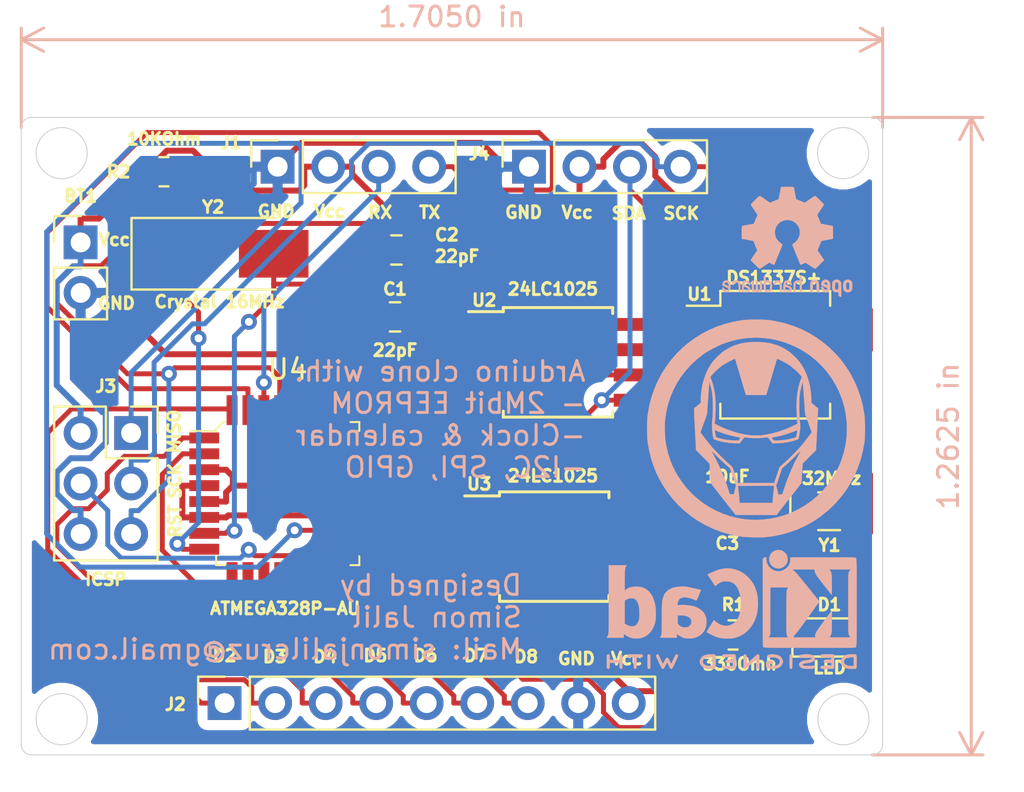
<source format=kicad_pcb>
(kicad_pcb (version 20171130) (host pcbnew 5.1.7-a382d34a8~87~ubuntu20.04.1)
  (title_block (title "Arduino battery powered clone with extended EEPROM and clock") (date 2020-11-09) (rev 1) (comment 1 "Designed by Simon Jalil"))
  (layers (0 F.Cu signal) (31 B.Cu mixed) (34 B.Paste user) (35 F.Paste user) (36 B.SilkS user) (37 F.SilkS user) (38 B.Mask user) (39 F.Mask user) (44 Edge.Cuts user))
  (net 0 "")
  (net 1 /Vcc)
  (net 2 GNDPWR)
  (net 3 "Net-(C1-Pad2)")
  (net 4 "Net-(C2-Pad2)")
  (net 5 "Net-(D1-Pad1)")
  (net 6 "Net-(D1-Pad2)")
  (net 7 /TX)
  (net 8 /RX)
  (net 9 /D2)
  (net 10 /D3)
  (net 11 /D4)
  (net 12 /D5)
  (net 13 /D6)
  (net 14 /D7)
  (net 15 /D8)
  (net 16 /MISO)
  (net 17 /SCK)
  (net 18 /MOSI)
  (net 19 /RESET)
  (net 20 /SDA)
  (net 21 "Net-(U1-Pad1)")
  (net 22 "Net-(U1-Pad2)")
  (net 23 "Net-(U1-Pad7)")
  (net 24 /SCL)
  (net 25 "Net-(U4-Pad13)")
  (net 26 "Net-(U4-Pad14)")
  (net 27 "Net-(U4-Pad19)")
  (net 28 "Net-(U4-Pad22)")
  (net 29 "Net-(U4-Pad23)")
  (net 30 "Net-(U4-Pad24)")
  (net 31 "Net-(U4-Pad25)")
  (net 32 "Net-(U4-Pad26)")
  (module Iroman-logo:Ironman_logo (layer B.Cu) (at 114.6048 59.8424 180)
    (fp_text reference G*** hide)
    (fp_text value LOGO hide)
  )
  (module Symbol:OSHW-Logo2_7.3x6mm_SilkScreen (layer B.Cu) (at 116.1796 50.4444 180)
    (fp_text reference REF** hide)
    (fp_text value OSHW-Logo2_7.3x6mm_SilkScreen hide)
  )
  (module Symbol:KiCad-Logo2_5mm_SilkScreen (layer B.Cu) (at 113.3856 68.9356 180)
    (fp_text reference REF** hide)
    (fp_text value KiCad-Logo2_5mm_SilkScreen hide)
  )
  (module Connector_PinHeader_2.54mm:PinHeader_1x02_P2.54mm_Vertical (layer F.Cu) (at 80.645 50.4825)
    (fp_text reference BT1 (at 0 -2.33) (layer F.SilkS) (effects (font (size 0.6 0.6))))
    (fp_text value "Battery 3V")
    (pad 1 thru_hole rect (at 0 0) (size 1.7 1.7) (drill 1) (layers *.Cu *.Mask) (net 1 /Vcc))
    (pad 2 thru_hole oval (at 0 2.54) (size 1.7 1.7) (drill 1) (layers *.Cu *.Mask) (net 2 GNDPWR))
  )
  (module Capacitor_SMD:C_0805_2012Metric (layer F.Cu) (at 96.454 54.229)
    (fp_text reference C1 (at 0 -1.397) (layer F.SilkS) (effects (font (size 0.6 0.6))))
    (fp_text value 22pF (at 0 1.68) (layer F.SilkS) (effects (font (size 0.6 0.6))))
    (pad 1 smd roundrect (at -0.95 0) (size 1 1.45) (layers F.Cu F.Paste F.Mask) (net 2 GNDPWR))
    (pad 2 smd roundrect (at 0.95 0) (size 1 1.45) (layers F.Cu F.Paste F.Mask) (net 3 "Net-(C1-Pad2)"))
  )
  (module Capacitor_SMD:C_0805_2012Metric (layer F.Cu) (at 96.5225 50.8635)
    (fp_text reference C2 (at 2.5375 -0.762) (layer F.SilkS) (effects (font (size 0.6 0.6))))
    (fp_text value 22pF (at 3.0455 0.3175) (layer F.SilkS) (effects (font (size 0.6 0.6))))
    (pad 2 smd roundrect (at 0.95 0) (size 1 1.45) (layers F.Cu F.Paste F.Mask) (net 4 "Net-(C2-Pad2)"))
    (pad 1 smd roundrect (at -0.95 0) (size 1 1.45) (layers F.Cu F.Paste F.Mask) (net 2 GNDPWR))
  )
  (module Capacitor_SMD:C_0805_2012Metric (layer F.Cu) (at 113.16 63.9445 180)
    (fp_text reference C3 (at 0 -1.68) (layer F.SilkS) (effects (font (size 0.6 0.6))))
    (fp_text value 10uF (at 0 1.68) (layer F.SilkS) (effects (font (size 0.6 0.6))))
    (pad 1 smd roundrect (at -0.95 0 180) (size 1 1.45) (layers F.Cu F.Paste F.Mask) (net 1 /Vcc))
    (pad 2 smd roundrect (at 0.95 0 180) (size 1 1.45) (layers F.Cu F.Paste F.Mask) (net 2 GNDPWR))
  )
  (module LED_SMD:LED_0805_2012Metric_Pad1.15x1.40mm_HandSolder (layer F.Cu) (at 118.292 70.358)
    (fp_text reference D1 (at 0 -1.65) (layer F.SilkS) (effects (font (size 0.6 0.6))))
    (fp_text value LED (at 0.0085 1.524) (layer F.SilkS) (effects (font (size 0.6 0.6))))
    (pad 1 smd roundrect (at -1.025 0) (size 1.15 1.4) (layers F.Cu F.Paste F.Mask) (roundrect_rratio 0.2173904347826087) (net 5 "Net-(D1-Pad1)"))
    (pad 2 smd roundrect (at 1.025 0) (size 1.15 1.4) (layers F.Cu F.Paste F.Mask) (roundrect_rratio 0.2173904347826087) (net 6 "Net-(D1-Pad2)"))
  )
  (module Connector_PinSocket_2.54mm:PinSocket_1x04_P2.54mm_Vertical (layer F.Cu) (at 90.551 46.6725 90)
    (fp_text reference J1 (at 1.2065 -2.3495 180) (layer F.SilkS) (effects (font (size 0.6 0.6))))
    (fp_text value "Serial ")
    (pad 4 thru_hole oval (at 0 7.62 90) (size 1.7 1.7) (drill 1) (layers *.Cu *.Mask) (net 7 /TX))
    (pad 3 thru_hole oval (at 0 5.08 90) (size 1.7 1.7) (drill 1) (layers *.Cu *.Mask) (net 8 /RX))
    (pad 2 thru_hole oval (at 0 2.54 90) (size 1.7 1.7) (drill 1) (layers *.Cu *.Mask) (net 1 /Vcc))
    (pad 1 thru_hole rect (at 0 0 90) (size 1.7 1.7) (drill 1) (layers *.Cu *.Mask) (net 2 GNDPWR))
  )
  (module Connector_PinSocket_2.54mm:PinSocket_1x09_P2.54mm_Vertical (layer F.Cu) (at 87.884 73.66 90)
    (fp_text reference J2 (at -0.0635 -2.4765 180) (layer F.SilkS) (effects (font (size 0.6 0.6))))
    (fp_text value "Digital pins")
    (pad 1 thru_hole rect (at 0 0 90) (size 1.7 1.7) (drill 1) (layers *.Cu *.Mask) (net 9 /D2))
    (pad 2 thru_hole oval (at 0 2.54 90) (size 1.7 1.7) (drill 1) (layers *.Cu *.Mask) (net 10 /D3))
    (pad 3 thru_hole oval (at 0 5.08 90) (size 1.7 1.7) (drill 1) (layers *.Cu *.Mask) (net 11 /D4))
    (pad 4 thru_hole oval (at 0 7.62 90) (size 1.7 1.7) (drill 1) (layers *.Cu *.Mask) (net 12 /D5))
    (pad 5 thru_hole oval (at 0 10.16 90) (size 1.7 1.7) (drill 1) (layers *.Cu *.Mask) (net 13 /D6))
    (pad 6 thru_hole oval (at 0 12.7 90) (size 1.7 1.7) (drill 1) (layers *.Cu *.Mask) (net 14 /D7))
    (pad 7 thru_hole oval (at 0 15.24 90) (size 1.7 1.7) (drill 1) (layers *.Cu *.Mask) (net 15 /D8))
    (pad 8 thru_hole oval (at 0 17.78 90) (size 1.7 1.7) (drill 1) (layers *.Cu *.Mask) (net 2 GNDPWR))
    (pad 9 thru_hole oval (at 0 20.32 90) (size 1.7 1.7) (drill 1) (layers *.Cu *.Mask) (net 1 /Vcc))
  )
  (module Connector_PinSocket_2.54mm:PinSocket_2x03_P2.54mm_Vertical (layer F.Cu) (at 83.185 60.071)
    (fp_text reference J3 (at -1.27 -2.3495) (layer F.SilkS) (effects (font (size 0.6 0.6))))
    (fp_text value ICSP (at -1.27 7.366) (layer F.SilkS) (effects (font (size 0.6 0.6))))
    (pad 1 thru_hole rect (at 0 0) (size 1.7 1.7) (drill 1) (layers *.Cu *.Mask) (net 16 /MISO))
    (pad 2 thru_hole oval (at -2.54 0) (size 1.7 1.7) (drill 1) (layers *.Cu *.Mask) (net 1 /Vcc))
    (pad 3 thru_hole oval (at 0 2.54) (size 1.7 1.7) (drill 1) (layers *.Cu *.Mask) (net 17 /SCK))
    (pad 4 thru_hole oval (at -2.54 2.54) (size 1.7 1.7) (drill 1) (layers *.Cu *.Mask) (net 18 /MOSI))
    (pad 5 thru_hole oval (at 0 5.08) (size 1.7 1.7) (drill 1) (layers *.Cu *.Mask) (net 19 /RESET))
    (pad 6 thru_hole oval (at -2.54 5.08) (size 1.7 1.7) (drill 1) (layers *.Cu *.Mask) (net 2 GNDPWR))
  )
  (module Connector_PinSocket_2.54mm:PinSocket_1x04_P2.54mm_Vertical (layer F.Cu) (at 103.188 46.6725 90)
    (fp_text reference J4 (at 0.6477 -2.5024) (layer F.SilkS) (effects (font (size 0.6 0.6))))
    (fp_text value I2C)
    (pad 1 thru_hole rect (at 0 0 90) (size 1.7 1.7) (drill 1) (layers *.Cu *.Mask) (net 2 GNDPWR))
    (pad 2 thru_hole oval (at 0 2.54 90) (size 1.7 1.7) (drill 1) (layers *.Cu *.Mask) (net 1 /Vcc))
    (pad 3 thru_hole oval (at 0 5.08 90) (size 1.7 1.7) (drill 1) (layers *.Cu *.Mask) (net 20 /SDA))
    (pad 4 thru_hole oval (at 0 7.62 90) (size 1.7 1.7) (drill 1) (layers *.Cu *.Mask) (net 17 /SCK))
  )
  (module Resistor_SMD:R_0805_2012Metric (layer F.Cu) (at 113.451 70.231 180)
    (fp_text reference R1 (at -0.0235 1.524) (layer F.SilkS) (effects (font (size 0.6 0.6))))
    (fp_text value 330Omh (at -0.341 -1.4605) (layer F.SilkS) (effects (font (size 0.6 0.6))))
    (pad 1 smd roundrect (at -0.9125 0 180) (size 1.025 1.4) (layers F.Cu F.Paste F.Mask) (roundrect_rratio 0.2439014634146341) (net 5 "Net-(D1-Pad1)"))
    (pad 2 smd roundrect (at 0.9125 0 180) (size 1.025 1.4) (layers F.Cu F.Paste F.Mask) (roundrect_rratio 0.2439014634146341) (net 2 GNDPWR))
  )
  (module Resistor_SMD:R_0805_2012Metric (layer F.Cu) (at 84.8335 46.9265 180)
    (fp_text reference R2 (at 2.2835 0) (layer F.SilkS) (effects (font (size 0.6 0.6))))
    (fp_text value 10KOhm (at 0 1.65) (layer F.SilkS) (effects (font (size 0.6 0.6))))
    (pad 2 smd roundrect (at 0.9125 0 180) (size 1.025 1.4) (layers F.Cu F.Paste F.Mask) (roundrect_rratio 0.2439014634146341) (net 1 /Vcc))
    (pad 1 smd roundrect (at -0.9125 0 180) (size 1.025 1.4) (layers F.Cu F.Paste F.Mask) (roundrect_rratio 0.2439014634146341) (net 19 /RESET))
  )
  (module Package_SO:SO-8_5.3x6.2mm_P1.27mm (layer F.Cu) (at 115.57 56.134)
    (fp_text reference U1 (at -3.81 -3.048) (layer F.SilkS) (effects (font (size 0.6 0.6))))
    (fp_text value DS1337S+ (at -0.0635 -3.8735) (layer F.SilkS) (effects (font (size 0.6 0.6))))
    (pad 1 smd roundrect (at -3.5 -1.905) (size 1.9 0.6) (layers F.Cu F.Paste F.Mask) (net 21 "Net-(U1-Pad1)"))
    (pad 2 smd roundrect (at -3.5 -0.635) (size 1.9 0.6) (layers F.Cu F.Paste F.Mask) (net 22 "Net-(U1-Pad2)"))
    (pad 3 smd roundrect (at -3.5 0.635) (size 1.9 0.6) (layers F.Cu F.Paste F.Mask) (net 1 /Vcc))
    (pad 4 smd roundrect (at -3.5 1.905) (size 1.9 0.6) (layers F.Cu F.Paste F.Mask) (net 2 GNDPWR))
    (pad 5 smd roundrect (at 3.5 1.905) (size 1.9 0.6) (layers F.Cu F.Paste F.Mask) (net 20 /SDA))
    (pad 6 smd roundrect (at 3.5 0.635) (size 1.9 0.6) (layers F.Cu F.Paste F.Mask) (net 17 /SCK))
    (pad 7 smd roundrect (at 3.5 -0.635) (size 1.9 0.6) (layers F.Cu F.Paste F.Mask) (net 23 "Net-(U1-Pad7)"))
    (pad 8 smd roundrect (at 3.5 -1.905) (size 1.9 0.6) (layers F.Cu F.Paste F.Mask) (net 1 /Vcc))
  )
  (module Package_SO:SOIJ-8_5.3x5.3mm_P1.27mm (layer F.Cu) (at 104.648 56.515)
    (fp_text reference U2 (at -3.7084 -3.1242) (layer F.SilkS) (effects (font (size 0.6 0.6))))
    (fp_text value 24LC1025 (at -0.254 -3.683) (layer F.SilkS) (effects (font (size 0.6 0.6))))
    (pad 1 smd rect (at -3.65 -1.905) (size 1.7 0.65) (layers F.Cu F.Paste F.Mask) (net 1 /Vcc))
    (pad 2 smd rect (at -3.65 -0.635) (size 1.7 0.65) (layers F.Cu F.Paste F.Mask) (net 1 /Vcc))
    (pad 3 smd rect (at -3.65 0.635) (size 1.7 0.65) (layers F.Cu F.Paste F.Mask) (net 1 /Vcc))
    (pad 4 smd rect (at -3.65 1.905) (size 1.7 0.65) (layers F.Cu F.Paste F.Mask) (net 2 GNDPWR))
    (pad 5 smd rect (at 3.65 1.905) (size 1.7 0.65) (layers F.Cu F.Paste F.Mask) (net 20 /SDA))
    (pad 6 smd rect (at 3.65 0.635) (size 1.7 0.65) (layers F.Cu F.Paste F.Mask) (net 24 /SCL))
    (pad 7 smd rect (at 3.65 -0.635) (size 1.7 0.65) (layers F.Cu F.Paste F.Mask) (net 2 GNDPWR))
    (pad 8 smd rect (at 3.65 -1.905) (size 1.7 0.65) (layers F.Cu F.Paste F.Mask) (net 1 /Vcc))
  )
  (module Package_SO:SOIJ-8_5.3x5.3mm_P1.27mm (layer F.Cu) (at 104.458 65.786)
    (fp_text reference U3 (at -3.7724 -3.1496) (layer F.SilkS) (effects (font (size 0.6 0.6))))
    (fp_text value 24LC1025 (at -0.064 -3.556) (layer F.SilkS) (effects (font (size 0.6 0.6))))
    (pad 8 smd rect (at 3.65 -1.905) (size 1.7 0.65) (layers F.Cu F.Paste F.Mask) (net 1 /Vcc))
    (pad 7 smd rect (at 3.65 -0.635) (size 1.7 0.65) (layers F.Cu F.Paste F.Mask) (net 2 GNDPWR))
    (pad 6 smd rect (at 3.65 0.635) (size 1.7 0.65) (layers F.Cu F.Paste F.Mask) (net 24 /SCL))
    (pad 5 smd rect (at 3.65 1.905) (size 1.7 0.65) (layers F.Cu F.Paste F.Mask) (net 20 /SDA))
    (pad 4 smd rect (at -3.65 1.905) (size 1.7 0.65) (layers F.Cu F.Paste F.Mask) (net 2 GNDPWR))
    (pad 3 smd rect (at -3.65 0.635) (size 1.7 0.65) (layers F.Cu F.Paste F.Mask) (net 1 /Vcc))
    (pad 2 smd rect (at -3.65 -0.635) (size 1.7 0.65) (layers F.Cu F.Paste F.Mask) (net 2 GNDPWR))
    (pad 1 smd rect (at -3.65 -1.905) (size 1.7 0.65) (layers F.Cu F.Paste F.Mask) (net 1 /Vcc))
  )
  (module digikey-footprints:TQFP-32_7x7mm (layer F.Cu) (at 91.059 63.119)
    (fp_text reference U4 (at 0 -6.25) (layer F.SilkS))
    (fp_text value ATMEGA328P-AU (at -0.127 5.7785) (layer F.SilkS) (effects (font (size 0.6 0.6))))
    (pad 9 smd rect (at -2.8 4.2) (size 0.55 1.5) (layers F.Cu F.Paste F.Mask) (net 12 /D5))
    (pad 1 smd rect (at -4.2 -2.8) (size 1.5 0.55) (layers F.Cu F.Paste F.Mask) (net 10 /D3))
    (pad 2 smd rect (at -4.2 -2) (size 1.5 0.55) (layers F.Cu F.Paste F.Mask) (net 11 /D4))
    (pad 3 smd rect (at -4.2 -1.2) (size 1.5 0.55) (layers F.Cu F.Paste F.Mask) (net 2 GNDPWR))
    (pad 4 smd rect (at -4.2 -0.4) (size 1.5 0.55) (layers F.Cu F.Paste F.Mask) (net 1 /Vcc))
    (pad 5 smd rect (at -4.2 0.4) (size 1.5 0.55) (layers F.Cu F.Paste F.Mask) (net 2 GNDPWR))
    (pad 6 smd rect (at -4.2 1.2) (size 1.5 0.55) (layers F.Cu F.Paste F.Mask) (net 1 /Vcc))
    (pad 7 smd rect (at -4.2 2) (size 1.5 0.55) (layers F.Cu F.Paste F.Mask) (net 3 "Net-(C1-Pad2)"))
    (pad 8 smd rect (at -4.2 2.8) (size 1.5 0.55) (layers F.Cu F.Paste F.Mask) (net 4 "Net-(C2-Pad2)"))
    (pad 10 smd rect (at -2 4.2) (size 0.55 1.5) (layers F.Cu F.Paste F.Mask) (net 13 /D6))
    (pad 11 smd rect (at -1.2 4.2) (size 0.55 1.5) (layers F.Cu F.Paste F.Mask) (net 14 /D7))
    (pad 12 smd rect (at -0.4 4.2) (size 0.55 1.5) (layers F.Cu F.Paste F.Mask) (net 15 /D8))
    (pad 13 smd rect (at 0.4 4.2) (size 0.55 1.5) (layers F.Cu F.Paste F.Mask) (net 25 "Net-(U4-Pad13)"))
    (pad 14 smd rect (at 1.2 4.2) (size 0.55 1.5) (layers F.Cu F.Paste F.Mask) (net 26 "Net-(U4-Pad14)"))
    (pad 15 smd rect (at 2 4.2) (size 0.55 1.5) (layers F.Cu F.Paste F.Mask) (net 18 /MOSI))
    (pad 16 smd rect (at 2.8 4.2) (size 0.55 1.5) (layers F.Cu F.Paste F.Mask) (net 16 /MISO))
    (pad 17 smd rect (at 4.2 2.8) (size 1.5 0.55) (layers F.Cu F.Paste F.Mask) (net 6 "Net-(D1-Pad2)"))
    (pad 18 smd rect (at 4.2 2) (size 1.5 0.55) (layers F.Cu F.Paste F.Mask) (net 1 /Vcc))
    (pad 19 smd rect (at 4.2 1.2) (size 1.5 0.55) (layers F.Cu F.Paste F.Mask) (net 27 "Net-(U4-Pad19)"))
    (pad 20 smd rect (at 4.2 0.4) (size 1.5 0.55) (layers F.Cu F.Paste F.Mask) (net 1 /Vcc))
    (pad 21 smd rect (at 4.2 -0.4) (size 1.5 0.55) (layers F.Cu F.Paste F.Mask) (net 2 GNDPWR))
    (pad 22 smd rect (at 4.2 -1.2) (size 1.5 0.55) (layers F.Cu F.Paste F.Mask) (net 28 "Net-(U4-Pad22)"))
    (pad 23 smd rect (at 4.2 -2) (size 1.5 0.55) (layers F.Cu F.Paste F.Mask) (net 29 "Net-(U4-Pad23)"))
    (pad 24 smd rect (at 4.2 -2.8) (size 1.5 0.55) (layers F.Cu F.Paste F.Mask) (net 30 "Net-(U4-Pad24)"))
    (pad 25 smd rect (at 2.8 -4.2) (size 0.55 1.5) (layers F.Cu F.Paste F.Mask) (net 31 "Net-(U4-Pad25)"))
    (pad 26 smd rect (at 2 -4.2) (size 0.55 1.5) (layers F.Cu F.Paste F.Mask) (net 32 "Net-(U4-Pad26)"))
    (pad 27 smd rect (at 1.2 -4.2) (size 0.55 1.5) (layers F.Cu F.Paste F.Mask) (net 20 /SDA))
    (pad 28 smd rect (at 0.4 -4.2) (size 0.55 1.5) (layers F.Cu F.Paste F.Mask) (net 24 /SCL))
    (pad 29 smd rect (at -0.4 -4.2) (size 0.55 1.5) (layers F.Cu F.Paste F.Mask) (net 19 /RESET))
    (pad 30 smd rect (at -1.2 -4.2) (size 0.55 1.5) (layers F.Cu F.Paste F.Mask) (net 8 /RX))
    (pad 31 smd rect (at -2 -4.2) (size 0.55 1.5) (layers F.Cu F.Paste F.Mask) (net 7 /TX))
    (pad 32 smd rect (at -2.8 -4.2) (size 0.55 1.5) (layers F.Cu F.Paste F.Mask) (net 9 /D2))
  )
  (module Crystal:Crystal_SMD_MicroCrystal_CC7V-T1A-2Pin_3.2x1.5mm (layer F.Cu) (at 118.28 64.008)
    (fp_text reference Y1 (at 0.0205 1.7145) (layer F.SilkS) (effects (font (size 0.6 0.6))))
    (fp_text value " 32MHz" (at -0.1065 -1.651) (layer F.SilkS) (effects (font (size 0.6 0.6))))
    (pad 1 smd rect (at -1.25 0) (size 1 1.8) (layers F.Cu F.Paste F.Mask) (net 21 "Net-(U1-Pad1)"))
    (pad 2 smd rect (at 1.25 0) (size 1 1.8) (layers F.Cu F.Paste F.Mask) (net 22 "Net-(U1-Pad2)"))
  )
  (module Crystal:Crystal_SMD_5032-2Pin_5.0x3.2mm_HandSoldering (layer F.Cu) (at 87.7535 51.054)
    (fp_text reference Y2 (at -0.441 -2.3495) (layer F.SilkS) (effects (font (size 0.6 0.6))))
    (fp_text value "Crystal 16MHz" (at -0.1235 2.413) (layer F.SilkS) (effects (font (size 0.6 0.6))))
    (pad 1 smd rect (at -2.6 0) (size 3.5 2.4) (layers F.Cu F.Paste F.Mask) (net 4 "Net-(C2-Pad2)"))
    (pad 2 smd rect (at 2.6 0) (size 3.5 2.4) (layers F.Cu F.Paste F.Mask) (net 3 "Net-(C1-Pad2)"))
  )
  (gr_text "Arduino clone with:\n- 2Mbit EEPROM\n-Clock & calendar\n-I2C, SPI, GPIO" (at 106.1212 59.3852) (layer B.SilkS) (effects (font (size 1 1)) (justify left mirror)))
  (gr_text "Designed by\nSimon Jalil \nMail: simonjalilcruz@gmail.com" (at 102.9208 69.342) (layer B.SilkS) (effects (font (size 1 1)) (justify left mirror)))
  (dimension 32.0675 (width 0.15) (layer B.SilkS) (gr_text "32.068 mm" (at 126.7252 60.22975 270) (layer B.SilkS) (effects (font (size 1 1) (thickness 0.15)))) (feature1 (pts (xy 120.4595 76.2635) (xy 126.011621 76.2635))) (feature2 (pts (xy 120.4595 44.196) (xy 126.011621 44.196))) (crossbar (pts (xy 125.4252 44.196) (xy 125.4252 76.2635))) (arrow1a (pts (xy 125.4252 76.2635) (xy 124.838779 75.136996))) (arrow1b (pts (xy 125.4252 76.2635) (xy 126.011621 75.136996))) (arrow2a (pts (xy 125.4252 44.196) (xy 124.838779 45.322504))) (arrow2b (pts (xy 125.4252 44.196) (xy 126.011621 45.322504))))
  (dimension 43.307 (width 0.15) (layer B.SilkS) (gr_text "43.307 mm" (at 99.314 38.9844) (layer B.SilkS) (effects (font (size 1 1) (thickness 0.15)))) (feature1 (pts (xy 120.9675 44.704) (xy 120.9675 39.697979))) (feature2 (pts (xy 77.6605 44.704) (xy 77.6605 39.697979))) (crossbar (pts (xy 77.6605 40.2844) (xy 120.9675 40.2844))) (arrow1a (pts (xy 120.9675 40.2844) (xy 119.840996 40.870821))) (arrow1b (pts (xy 120.9675 40.2844) (xy 119.840996 39.697979))) (arrow2a (pts (xy 77.6605 40.2844) (xy 78.787004 40.870821))) (arrow2b (pts (xy 77.6605 40.2844) (xy 78.787004 39.697979))))
  (gr_text TX (at 98.1964 48.9712) (layer F.SilkS) (effects (font (size 0.6 0.6))))
  (gr_text RX (at 95.7072 48.9712) (layer F.SilkS) (effects (font (size 0.6 0.6))))
  (gr_text Vcc (at 93.1672 48.9204) (layer F.SilkS) (effects (font (size 0.6 0.6))))
  (gr_text GND (at 90.4748 48.9204) (layer F.SilkS) (effects (font (size 0.6 0.6))))
  (gr_text SCK (at 110.8456 49.022) (layer F.SilkS) (effects (font (size 0.6 0.6))))
  (gr_text SDA (at 108.204 49.022) (layer F.SilkS) (effects (font (size 0.6 0.6))))
  (gr_text Vcc (at 105.6132 48.9712) (layer F.SilkS) (effects (font (size 0.6 0.6))))
  (gr_text GND (at 102.9208 48.9712) (layer F.SilkS) (effects (font (size 0.6 0.6))))
  (gr_text Vcc (at 108.1024 71.4248) (layer F.SilkS) (effects (font (size 0.6 0.6))))
  (gr_text GND (at 105.5751 71.4248) (layer F.SilkS) (effects (font (size 0.6 0.6))))
  (gr_text D8 (at 103.0478 71.3232) (layer F.SilkS) (effects (font (size 0.6 0.6))))
  (gr_text D7 (at 100.5205 71.2724) (layer F.SilkS) (effects (font (size 0.6 0.6))))
  (gr_text D6 (at 97.9932 71.2724) (layer F.SilkS) (effects (font (size 0.6 0.6))))
  (gr_text D5 (at 95.4659 71.2724) (layer F.SilkS) (effects (font (size 0.6 0.6))))
  (gr_text D4 (at 92.9386 71.3232) (layer F.SilkS) (effects (font (size 0.6 0.6))))
  (gr_text D3 (at 90.4113 71.3232) (layer F.SilkS) (effects (font (size 0.6 0.6))))
  (gr_text D2 (at 87.884 71.2724) (layer F.SilkS) (effects (font (size 0.6 0.6))))
  (gr_text RST (at 85.3948 64.516 90) (layer F.SilkS) (effects (font (size 0.6 0.6))))
  (gr_text SCK (at 85.3948 62.484 90) (layer F.SilkS) (effects (font (size 0.6 0.6))))
  (gr_text MISO (at 85.344 59.9948 90) (layer F.SilkS) (effects (font (size 0.6 0.6))))
  (gr_text GND (at 82.4484 53.5432) (layer F.SilkS) (effects (font (size 0.6 0.6))))
  (gr_text Vcc (at 82.3468 50.3428) (layer F.SilkS) (effects (font (size 0.6 0.6))))
  (gr_circle (center 118.983223 45.989777) (end 117.903723 46.688277) (layer Edge.Cuts) (width 0.05))
  (gr_circle (center 118.999 74.469723) (end 117.9195 75.168223) (layer Edge.Cuts) (width 0.05))
  (gr_circle (center 79.6925 74.469723) (end 78.613 75.168223) (layer Edge.Cuts) (width 0.05))
  (gr_circle (center 79.6925 45.989777) (end 78.613 46.688277) (layer Edge.Cuts) (width 0.05))
  (gr_line (start 77.6605 75.7555) (end 77.6605 44.704) (layer Edge.Cuts) (width 0.05))
  (gr_line (start 120.4595 76.2635) (end 78.1685 76.2635) (layer Edge.Cuts) (width 0.05))
  (gr_line (start 120.9675 44.704) (end 120.9675 75.7555) (layer Edge.Cuts) (width 0.05))
  (gr_line (start 78.1685 44.196) (end 120.4595 44.196) (layer Edge.Cuts) (width 0.05))
  (gr_arc (start 120.4595 44.704) (end 120.9675 44.704) (angle -90) (layer Edge.Cuts) (width 0.05))
  (gr_arc (start 120.4595 75.7555) (end 120.4595 76.2635) (angle -90) (layer Edge.Cuts) (width 0.05))
  (gr_arc (start 78.1685 75.7555) (end 77.6605 75.7555) (angle -90) (layer Edge.Cuts) (width 0.05))
  (gr_arc (start 78.1685 44.704) (end 78.1685 44.196) (angle -90) (layer Edge.Cuts) (width 0.05))
  (segment (start 113.451 65.0225) (end 113.451 64.6035) (width 0.3) (layer F.Cu) (net 1))
  (segment (start 113.451 64.6035) (end 114.11 63.9445) (width 0.3) (layer F.Cu) (net 1))
  (segment (start 108.204 73.0598) (end 111.3118 73.0598) (width 0.3) (layer F.Cu) (net 1))
  (segment (start 111.3118 73.0598) (end 113.451 70.9206) (width 0.3) (layer F.Cu) (net 1))
  (segment (start 113.451 70.9206) (end 113.451 65.0225) (width 0.3) (layer F.Cu) (net 1))
  (segment (start 113.451 65.0225) (end 110.5992 65.0225) (width 0.3) (layer F.Cu) (net 1))
  (segment (start 110.5992 65.0225) (end 109.4577 63.881) (width 0.3) (layer F.Cu) (net 1))
  (segment (start 109.4577 63.881) (end 108.108 63.881) (width 0.3) (layer F.Cu) (net 1))
  (segment (start 99.6077 66.421) (end 99.6077 68.1932) (width 0.3) (layer F.Cu) (net 1))
  (segment (start 99.6077 68.1932) (end 103.1085 71.694) (width 0.3) (layer F.Cu) (net 1))
  (segment (start 103.1085 71.694) (end 106.8382 71.694) (width 0.3) (layer F.Cu) (net 1))
  (segment (start 106.8382 71.694) (end 108.204 73.0598) (width 0.3) (layer F.Cu) (net 1))
  (segment (start 98.3377 65.151) (end 99.6077 66.421) (width 0.3) (layer F.Cu) (net 1))
  (segment (start 95.259 65.119) (end 98.3057 65.119) (width 0.3) (layer F.Cu) (net 1))
  (segment (start 98.3057 65.119) (end 98.3377 65.151) (width 0.3) (layer F.Cu) (net 1))
  (segment (start 98.3377 65.151) (end 99.6077 63.881) (width 0.3) (layer F.Cu) (net 1))
  (segment (start 100.808 63.881) (end 99.6077 63.881) (width 0.3) (layer F.Cu) (net 1))
  (segment (start 100.808 66.421) (end 99.6077 66.421) (width 0.3) (layer F.Cu) (net 1))
  (segment (start 94.834 65.119) (end 95.259 65.119) (width 0.3) (layer F.Cu) (net 1))
  (segment (start 108.204 73.66) (end 108.204 73.0598) (width 0.3) (layer F.Cu) (net 1))
  (segment (start 108.298 54.61) (end 106.9617 54.61) (width 0.3) (layer F.Cu) (net 1))
  (segment (start 106.9617 54.61) (end 105.728 53.3763) (width 0.3) (layer F.Cu) (net 1))
  (segment (start 108.8982 54.61) (end 108.298 54.61) (width 0.3) (layer F.Cu) (net 1))
  (segment (start 105.728 46.6725) (end 106.9283 46.6725) (width 0.3) (layer F.Cu) (net 1))
  (segment (start 106.9283 46.6725) (end 106.9283 46.2974) (width 0.3) (layer F.Cu) (net 1))
  (segment (start 106.9283 46.2974) (end 107.7602 45.4655) (width 0.3) (layer F.Cu) (net 1))
  (segment (start 107.7602 45.4655) (end 108.8197 45.4655) (width 0.3) (layer F.Cu) (net 1))
  (segment (start 108.8197 45.4655) (end 109.538 46.1838) (width 0.3) (layer F.Cu) (net 1))
  (segment (start 109.538 46.1838) (end 109.538 47.1467) (width 0.3) (layer F.Cu) (net 1))
  (segment (start 109.538 47.1467) (end 116.6203 54.229) (width 0.3) (layer F.Cu) (net 1))
  (segment (start 116.6203 54.229) (end 119.07 54.229) (width 0.3) (layer F.Cu) (net 1))
  (segment (start 105.728 46.6725) (end 105.728 53.3763) (width 0.3) (layer F.Cu) (net 1))
  (segment (start 108.8982 54.61) (end 109.4983 54.61) (width 0.3) (layer F.Cu) (net 1))
  (segment (start 95.259 63.519) (end 94.1587 63.519) (width 0.3) (layer F.Cu) (net 1))
  (segment (start 94.0444 64.2158) (end 88.0625 64.2158) (width 0.3) (layer F.Cu) (net 1))
  (segment (start 88.0625 64.2158) (end 87.9593 64.319) (width 0.3) (layer F.Cu) (net 1))
  (segment (start 94.1587 65.119) (end 94.0444 65.0047) (width 0.3) (layer F.Cu) (net 1))
  (segment (start 94.0444 65.0047) (end 94.0444 64.2158) (width 0.3) (layer F.Cu) (net 1))
  (segment (start 94.1587 63.519) (end 94.1587 64.1015) (width 0.3) (layer F.Cu) (net 1))
  (segment (start 94.1587 64.1015) (end 94.0444 64.2158) (width 0.3) (layer F.Cu) (net 1))
  (segment (start 93.091 46.6725) (end 91.8907 46.6725) (width 0.3) (layer F.Cu) (net 1))
  (segment (start 112.07 56.769) (end 112.4579 56.769) (width 0.3) (layer F.Cu) (net 1))
  (segment (start 112.4579 56.769) (end 114.11 58.4211) (width 0.3) (layer F.Cu) (net 1))
  (segment (start 114.11 58.4211) (end 114.11 63.9445) (width 0.3) (layer F.Cu) (net 1))
  (segment (start 101.5982 55.88) (end 101.5982 54.61) (width 0.3) (layer F.Cu) (net 1))
  (segment (start 101.5982 55.88) (end 102.1983 55.88) (width 0.3) (layer F.Cu) (net 1))
  (segment (start 100.998 55.88) (end 101.5982 55.88) (width 0.3) (layer F.Cu) (net 1))
  (segment (start 100.998 57.15) (end 102.1983 57.15) (width 0.3) (layer F.Cu) (net 1))
  (segment (start 102.1983 57.15) (end 102.1983 55.88) (width 0.3) (layer F.Cu) (net 1))
  (segment (start 105.728 53.3763) (end 101.5982 53.3763) (width 0.3) (layer F.Cu) (net 1))
  (segment (start 101.5982 53.3763) (end 96.862 48.6401) (width 0.3) (layer F.Cu) (net 1))
  (segment (start 96.862 48.6401) (end 95.8858 48.6401) (width 0.3) (layer F.Cu) (net 1))
  (segment (start 95.8858 48.6401) (end 94.2913 47.0456) (width 0.3) (layer F.Cu) (net 1))
  (segment (start 94.2913 47.0456) (end 94.2913 46.6725) (width 0.3) (layer F.Cu) (net 1))
  (segment (start 101.5982 54.61) (end 101.5982 53.3763) (width 0.3) (layer F.Cu) (net 1))
  (segment (start 83.921 46.9265) (end 84.9792 45.8683) (width 0.3) (layer F.Cu) (net 1))
  (segment (start 84.9792 45.8683) (end 86.2978 45.8683) (width 0.3) (layer F.Cu) (net 1))
  (segment (start 86.2978 45.8683) (end 88.3024 47.8729) (width 0.3) (layer F.Cu) (net 1))
  (segment (start 88.3024 47.8729) (end 91.627 47.8729) (width 0.3) (layer F.Cu) (net 1))
  (segment (start 91.627 47.8729) (end 91.8907 47.6092) (width 0.3) (layer F.Cu) (net 1))
  (segment (start 91.8907 47.6092) (end 91.8907 46.6725) (width 0.3) (layer F.Cu) (net 1))
  (segment (start 83.921 46.9265) (end 81.5653 49.2822) (width 0.3) (layer F.Cu) (net 1))
  (segment (start 81.5653 49.2822) (end 80.645 49.2822) (width 0.3) (layer F.Cu) (net 1))
  (segment (start 80.645 50.4825) (end 80.645 49.2822) (width 0.3) (layer F.Cu) (net 1))
  (segment (start 93.091 46.6725) (end 94.2913 46.6725) (width 0.3) (layer F.Cu) (net 1))
  (segment (start 100.998 54.61) (end 101.5982 54.61) (width 0.3) (layer F.Cu) (net 1))
  (segment (start 94.834 65.119) (end 94.1587 65.119) (width 0.3) (layer F.Cu) (net 1))
  (segment (start 86.859 64.319) (end 85.7587 64.319) (width 0.3) (layer F.Cu) (net 1))
  (segment (start 86.859 64.319) (end 87.9593 64.319) (width 0.3) (layer F.Cu) (net 1))
  (segment (start 86.859 62.719) (end 85.7587 62.719) (width 0.3) (layer F.Cu) (net 1))
  (segment (start 85.7587 64.319) (end 85.7587 62.719) (width 0.3) (layer F.Cu) (net 1))
  (segment (start 112.07 56.769) (end 111.6573 56.769) (width 0.3) (layer F.Cu) (net 1))
  (segment (start 111.6573 56.769) (end 109.4983 54.61) (width 0.3) (layer F.Cu) (net 1))
  (segment (start 80.645 50.4825) (end 80.645 51.6828) (width 0.3) (layer B.Cu) (net 1))
  (segment (start 80.645 60.071) (end 80.645 58.8707) (width 0.3) (layer B.Cu) (net 1))
  (segment (start 80.645 58.8707) (end 79.4447 57.6704) (width 0.3) (layer B.Cu) (net 1))
  (segment (start 79.4447 57.6704) (end 79.4447 52.5079) (width 0.3) (layer B.Cu) (net 1))
  (segment (start 79.4447 52.5079) (end 80.2698 51.6828) (width 0.3) (layer B.Cu) (net 1))
  (segment (start 80.2698 51.6828) (end 80.645 51.6828) (width 0.3) (layer B.Cu) (net 1))
  (segment (start 112.07 63.2044) (end 112.07 63.8045) (width 0.3) (layer F.Cu) (net 2))
  (segment (start 112.07 63.8045) (end 112.21 63.9445) (width 0.3) (layer F.Cu) (net 2))
  (segment (start 112.07 58.039) (end 112.07 63.2044) (width 0.3) (layer F.Cu) (net 2))
  (segment (start 106.9077 65.151) (end 106.9077 63.3549) (width 0.3) (layer F.Cu) (net 2))
  (segment (start 106.9077 63.3549) (end 107.0582 63.2044) (width 0.3) (layer F.Cu) (net 2))
  (segment (start 107.0582 63.2044) (end 112.07 63.2044) (width 0.3) (layer F.Cu) (net 2))
  (segment (start 108.108 65.151) (end 106.9077 65.151) (width 0.3) (layer F.Cu) (net 2))
  (segment (start 108.5831 65.151) (end 108.108 65.151) (width 0.3) (layer F.Cu) (net 2))
  (segment (start 108.5831 65.151) (end 109.3083 65.151) (width 0.3) (layer F.Cu) (net 2))
  (segment (start 109.3083 65.151) (end 109.3083 68.3787) (width 0.3) (layer F.Cu) (net 2))
  (segment (start 102.0083 67.691) (end 102.0083 65.151) (width 0.3) (layer F.Cu) (net 2))
  (segment (start 109.3083 68.3787) (end 102.696 68.3787) (width 0.3) (layer F.Cu) (net 2))
  (segment (start 102.696 68.3787) (end 102.0083 67.691) (width 0.3) (layer F.Cu) (net 2))
  (segment (start 100.808 67.691) (end 102.0083 67.691) (width 0.3) (layer F.Cu) (net 2))
  (segment (start 95.504 54.229) (end 93.6241 56.1089) (width 0.3) (layer F.Cu) (net 2))
  (segment (start 93.6241 56.1089) (end 84.9317 56.1089) (width 0.3) (layer F.Cu) (net 2))
  (segment (start 84.9317 56.1089) (end 81.8453 53.0225) (width 0.3) (layer F.Cu) (net 2))
  (segment (start 80.645 53.0225) (end 81.8453 53.0225) (width 0.3) (layer F.Cu) (net 2))
  (segment (start 97.9396 55.3263) (end 96.6013 55.3263) (width 0.3) (layer F.Cu) (net 2))
  (segment (start 96.6013 55.3263) (end 95.504 54.229) (width 0.3) (layer F.Cu) (net 2))
  (segment (start 109.3083 68.3787) (end 111.1606 70.231) (width 0.3) (layer F.Cu) (net 2))
  (segment (start 111.1606 70.231) (end 112.5385 70.231) (width 0.3) (layer F.Cu) (net 2))
  (segment (start 95.259 62.719) (end 101.3818 62.719) (width 0.3) (layer F.Cu) (net 2))
  (segment (start 101.3818 62.719) (end 102.0083 63.3455) (width 0.3) (layer F.Cu) (net 2))
  (segment (start 102.0083 63.3455) (end 102.0083 65.151) (width 0.3) (layer F.Cu) (net 2))
  (segment (start 100.808 65.151) (end 102.0083 65.151) (width 0.3) (layer F.Cu) (net 2))
  (segment (start 88.297 62.719) (end 95.259 62.719) (width 0.3) (layer F.Cu) (net 2))
  (segment (start 100.998 58.42) (end 102.1983 58.42) (width 0.3) (layer F.Cu) (net 2))
  (segment (start 102.1983 58.42) (end 104.7383 55.88) (width 0.3) (layer F.Cu) (net 2))
  (segment (start 104.7383 55.88) (end 108.298 55.88) (width 0.3) (layer F.Cu) (net 2))
  (segment (start 100.3979 58.42) (end 100.998 58.42) (width 0.3) (layer F.Cu) (net 2))
  (segment (start 100.3979 58.42) (end 99.7977 58.42) (width 0.3) (layer F.Cu) (net 2))
  (segment (start 99.7977 58.42) (end 97.9396 56.5619) (width 0.3) (layer F.Cu) (net 2))
  (segment (start 97.9396 56.5619) (end 97.9396 55.3263) (width 0.3) (layer F.Cu) (net 2))
  (segment (start 103.188 46.6725) (end 101.9877 46.6725) (width 0.3) (layer F.Cu) (net 2))
  (segment (start 90.551 46.6725) (end 91.7513 45.4722) (width 0.3) (layer F.Cu) (net 2))
  (segment (start 91.7513 45.4722) (end 100.7874 45.4722) (width 0.3) (layer F.Cu) (net 2))
  (segment (start 100.7874 45.4722) (end 101.9877 46.6725) (width 0.3) (layer F.Cu) (net 2))
  (segment (start 90.551 46.6725) (end 89.3507 46.6725) (width 0.3) (layer B.Cu) (net 2))
  (segment (start 81.6482 55.2259) (end 80.645 54.2228) (width 0.3) (layer B.Cu) (net 2))
  (segment (start 80.645 63.9507) (end 80.2699 63.9507) (width 0.3) (layer B.Cu) (net 2))
  (segment (start 80.2699 63.9507) (end 79.4417 63.1225) (width 0.3) (layer B.Cu) (net 2))
  (segment (start 79.4417 63.1225) (end 79.4417 62.0456) (width 0.3) (layer B.Cu) (net 2))
  (segment (start 79.4417 62.0456) (end 80.1463 61.341) (width 0.3) (layer B.Cu) (net 2))
  (segment (start 80.1463 61.341) (end 81.1288 61.341) (width 0.3) (layer B.Cu) (net 2))
  (segment (start 81.1288 61.341) (end 81.9065 60.5633) (width 0.3) (layer B.Cu) (net 2))
  (segment (start 81.9065 60.5633) (end 81.9065 55.4843) (width 0.3) (layer B.Cu) (net 2))
  (segment (start 81.9065 55.4843) (end 81.6482 55.2259) (width 0.3) (layer B.Cu) (net 2))
  (segment (start 89.3507 46.6725) (end 89.3507 47.5234) (width 0.3) (layer B.Cu) (net 2))
  (segment (start 89.3507 47.5234) (end 81.6482 55.2259) (width 0.3) (layer B.Cu) (net 2))
  (segment (start 80.645 53.0225) (end 80.645 54.2228) (width 0.3) (layer B.Cu) (net 2))
  (segment (start 80.645 65.151) (end 80.645 63.9507) (width 0.3) (layer B.Cu) (net 2))
  (segment (start 108.298 55.88) (end 109.4983 55.88) (width 0.3) (layer F.Cu) (net 2))
  (segment (start 109.4983 55.88) (end 111.6573 58.039) (width 0.3) (layer F.Cu) (net 2))
  (segment (start 111.6573 58.039) (end 112.07 58.039) (width 0.3) (layer F.Cu) (net 2))
  (segment (start 105.664 73.66) (end 105.664 72.4597) (width 0.3) (layer B.Cu) (net 2))
  (segment (start 103.188 46.6725) (end 103.188 69.9837) (width 0.3) (layer B.Cu) (net 2))
  (segment (start 103.188 69.9837) (end 105.664 72.4597) (width 0.3) (layer B.Cu) (net 2))
  (segment (start 95.5725 50.8635) (end 95.6641 50.8635) (width 0.3) (layer F.Cu) (net 2))
  (segment (start 95.6641 50.8635) (end 98.277 53.4764) (width 0.3) (layer F.Cu) (net 2))
  (segment (start 98.277 53.4764) (end 98.277 54.9889) (width 0.3) (layer F.Cu) (net 2))
  (segment (start 98.277 54.9889) (end 97.9396 55.3263) (width 0.3) (layer F.Cu) (net 2))
  (segment (start 88.297 62.719) (end 88.297 62.2567) (width 0.3) (layer F.Cu) (net 2))
  (segment (start 88.297 62.2567) (end 87.9593 61.919) (width 0.3) (layer F.Cu) (net 2))
  (segment (start 87.9593 63.519) (end 87.9593 63.0567) (width 0.3) (layer F.Cu) (net 2))
  (segment (start 87.9593 63.0567) (end 88.297 62.719) (width 0.3) (layer F.Cu) (net 2))
  (segment (start 86.859 61.919) (end 87.9593 61.919) (width 0.3) (layer F.Cu) (net 2))
  (segment (start 86.859 63.519) (end 87.9593 63.519) (width 0.3) (layer F.Cu) (net 2))
  (segment (start 90.3535 52.5793) (end 90.3535 53.2324) (width 0.25) (layer F.Cu) (net 3))
  (segment (start 90.3535 53.2324) (end 89.1063 54.4796) (width 0.25) (layer F.Cu) (net 3))
  (segment (start 97.404 54.229) (end 95.7543 52.5793) (width 0.25) (layer F.Cu) (net 3))
  (segment (start 95.7543 52.5793) (end 90.3535 52.5793) (width 0.25) (layer F.Cu) (net 3))
  (segment (start 88.3767 64.9867) (end 88.3767 55.2092) (width 0.25) (layer B.Cu) (net 3))
  (segment (start 88.3767 55.2092) (end 89.1063 54.4796) (width 0.25) (layer B.Cu) (net 3))
  (segment (start 88.3767 64.9867) (end 88.0666 64.9867) (width 0.25) (layer F.Cu) (net 3))
  (segment (start 88.0666 64.9867) (end 87.9343 65.119) (width 0.25) (layer F.Cu) (net 3))
  (segment (start 86.859 65.119) (end 87.9343 65.119) (width 0.25) (layer F.Cu) (net 3))
  (segment (start 90.3535 51.054) (end 90.3535 52.5793) (width 0.25) (layer F.Cu) (net 3))
  (via (at 88.3767 64.9867) (size 0.8) (layers F.Cu B.Cu) (net 3))
  (via (at 89.1063 54.4796) (size 0.8) (layers F.Cu B.Cu) (net 3))
  (segment (start 85.7837 65.919) (end 85.5072 65.6425) (width 0.25) (layer F.Cu) (net 4))
  (segment (start 86.5741 55.3055) (end 86.5741 64.5756) (width 0.25) (layer B.Cu) (net 4))
  (segment (start 86.5741 64.5756) (end 85.5072 65.6425) (width 0.25) (layer B.Cu) (net 4))
  (segment (start 85.1535 51.054) (end 85.1535 52.5793) (width 0.25) (layer F.Cu) (net 4))
  (segment (start 85.1535 52.5793) (end 86.5741 53.9999) (width 0.25) (layer F.Cu) (net 4))
  (segment (start 86.5741 53.9999) (end 86.5741 55.3055) (width 0.25) (layer F.Cu) (net 4))
  (segment (start 85.1535 50.8933) (end 85.1535 51.054) (width 0.25) (layer F.Cu) (net 4))
  (segment (start 86.859 65.919) (end 85.7837 65.919) (width 0.25) (layer F.Cu) (net 4))
  (segment (start 85.1535 50.8933) (end 85.1535 49.5287) (width 0.25) (layer F.Cu) (net 4))
  (segment (start 85.1535 49.5287) (end 96.1377 49.5287) (width 0.25) (layer F.Cu) (net 4))
  (segment (start 96.1377 49.5287) (end 97.4725 50.8635) (width 0.25) (layer F.Cu) (net 4))
  (via (at 85.5072 65.6425) (size 0.8) (layers F.Cu B.Cu) (net 4))
  (via (at 86.5741 55.3055) (size 0.8) (layers F.Cu B.Cu) (net 4))
  (segment (start 114.3635 70.231) (end 117.14 70.231) (width 0.25) (layer F.Cu) (net 5))
  (segment (start 117.14 70.231) (end 117.267 70.358) (width 0.25) (layer F.Cu) (net 5))
  (segment (start 95.259 65.919) (end 96.3343 65.919) (width 0.25) (layer F.Cu) (net 6))
  (segment (start 96.3343 65.919) (end 102.8774 72.4621) (width 0.25) (layer F.Cu) (net 6))
  (segment (start 102.8774 72.4621) (end 106.1783 72.4621) (width 0.25) (layer F.Cu) (net 6))
  (segment (start 106.1783 72.4621) (end 106.934 73.2178) (width 0.25) (layer F.Cu) (net 6))
  (segment (start 106.934 73.2178) (end 106.934 74.1278) (width 0.25) (layer F.Cu) (net 6))
  (segment (start 106.934 74.1278) (end 107.6971 74.8909) (width 0.25) (layer F.Cu) (net 6))
  (segment (start 107.6971 74.8909) (end 114.7841 74.8909) (width 0.25) (layer F.Cu) (net 6))
  (segment (start 114.7841 74.8909) (end 119.317 70.358) (width 0.25) (layer F.Cu) (net 6))
  (segment (start 98.171 46.6725) (end 99.3463 46.6725) (width 0.25) (layer F.Cu) (net 7))
  (segment (start 89.059 58.919) (end 89.059 57.8437) (width 0.25) (layer F.Cu) (net 7))
  (segment (start 89.059 57.8437) (end 83.0746 57.8437) (width 0.25) (layer F.Cu) (net 7))
  (segment (start 83.0746 57.8437) (end 78.9596 53.7287) (width 0.25) (layer F.Cu) (net 7))
  (segment (start 78.9596 53.7287) (end 78.9596 49.9861) (width 0.25) (layer F.Cu) (net 7))
  (segment (start 78.9596 49.9861) (end 83.9905 44.9552) (width 0.25) (layer F.Cu) (net 7))
  (segment (start 83.9905 44.9552) (end 103.6905 44.9552) (width 0.25) (layer F.Cu) (net 7))
  (segment (start 103.6905 44.9552) (end 104.3634 45.6281) (width 0.25) (layer F.Cu) (net 7))
  (segment (start 104.3634 45.6281) (end 104.3634 47.7092) (width 0.25) (layer F.Cu) (net 7))
  (segment (start 104.3634 47.7092) (end 104.2248 47.8478) (width 0.25) (layer F.Cu) (net 7))
  (segment (start 104.2248 47.8478) (end 100.5216 47.8478) (width 0.25) (layer F.Cu) (net 7))
  (segment (start 100.5216 47.8478) (end 99.3463 46.6725) (width 0.25) (layer F.Cu) (net 7))
  (segment (start 89.859 57.5336) (end 89.859 53.6198) (width 0.25) (layer B.Cu) (net 8))
  (segment (start 89.859 53.6198) (end 95.631 47.8478) (width 0.25) (layer B.Cu) (net 8))
  (segment (start 95.631 46.6725) (end 95.631 47.8478) (width 0.25) (layer B.Cu) (net 8))
  (segment (start 89.859 58.919) (end 89.859 57.5336) (width 0.25) (layer F.Cu) (net 8))
  (via (at 89.859 57.5336) (size 0.8) (layers F.Cu B.Cu) (net 8))
  (segment (start 87.884 73.66) (end 86.7087 73.66) (width 0.25) (layer F.Cu) (net 9))
  (segment (start 88.259 58.919) (end 88.1998 58.8598) (width 0.25) (layer F.Cu) (net 9))
  (segment (start 88.1998 58.8598) (end 80.186 58.8598) (width 0.25) (layer F.Cu) (net 9))
  (segment (start 80.186 58.8598) (end 78.991 60.0548) (width 0.25) (layer F.Cu) (net 9))
  (segment (start 78.991 60.0548) (end 78.991 65.9423) (width 0.25) (layer F.Cu) (net 9))
  (segment (start 78.991 65.9423) (end 86.7087 73.66) (width 0.25) (layer F.Cu) (net 9))
  (segment (start 90.424 73.66) (end 89.2487 73.66) (width 0.25) (layer F.Cu) (net 10))
  (segment (start 86.859 60.319) (end 85.7766 60.319) (width 0.25) (layer F.Cu) (net 10))
  (segment (start 85.7766 60.319) (end 84.8492 61.2464) (width 0.25) (layer F.Cu) (net 10))
  (segment (start 84.8492 61.2464) (end 82.8494 61.2464) (width 0.25) (layer F.Cu) (net 10))
  (segment (start 82.8494 61.2464) (end 81.9848 62.111) (width 0.25) (layer F.Cu) (net 10))
  (segment (start 81.9848 62.111) (end 81.9848 62.9354) (width 0.25) (layer F.Cu) (net 10))
  (segment (start 81.9848 62.9354) (end 81.0392 63.881) (width 0.25) (layer F.Cu) (net 10))
  (segment (start 81.0392 63.881) (end 80.2422 63.881) (width 0.25) (layer F.Cu) (net 10))
  (segment (start 80.2422 63.881) (end 79.4494 64.6738) (width 0.25) (layer F.Cu) (net 10))
  (segment (start 79.4494 64.6738) (end 79.4494 65.7069) (width 0.25) (layer F.Cu) (net 10))
  (segment (start 79.4494 65.7069) (end 86.2272 72.4847) (width 0.25) (layer F.Cu) (net 10))
  (segment (start 86.2272 72.4847) (end 88.8815 72.4847) (width 0.25) (layer F.Cu) (net 10))
  (segment (start 88.8815 72.4847) (end 89.2487 72.8519) (width 0.25) (layer F.Cu) (net 10))
  (segment (start 89.2487 72.8519) (end 89.2487 73.66) (width 0.25) (layer F.Cu) (net 10))
  (segment (start 92.964 73.66) (end 91.7887 73.66) (width 0.25) (layer F.Cu) (net 11))
  (segment (start 86.859 61.119) (end 85.7837 61.119) (width 0.25) (layer F.Cu) (net 11))
  (segment (start 85.7837 61.119) (end 84.7527 62.15) (width 0.25) (layer F.Cu) (net 11))
  (segment (start 84.7527 62.15) (end 84.7527 65.97) (width 0.25) (layer F.Cu) (net 11))
  (segment (start 84.7527 65.97) (end 91.7887 73.006) (width 0.25) (layer F.Cu) (net 11))
  (segment (start 91.7887 73.006) (end 91.7887 73.66) (width 0.25) (layer F.Cu) (net 11))
  (segment (start 88.259 68.3943) (end 92.0172 72.1525) (width 0.25) (layer F.Cu) (net 12))
  (segment (start 92.0172 72.1525) (end 93.1637 72.1525) (width 0.25) (layer F.Cu) (net 12))
  (segment (start 93.1637 72.1525) (end 94.3287 73.3175) (width 0.25) (layer F.Cu) (net 12))
  (segment (start 94.3287 73.3175) (end 94.3287 73.66) (width 0.25) (layer F.Cu) (net 12))
  (segment (start 95.504 73.66) (end 94.3287 73.66) (width 0.25) (layer F.Cu) (net 12))
  (segment (start 88.259 67.319) (end 88.259 68.3943) (width 0.25) (layer F.Cu) (net 12))
  (segment (start 98.044 73.66) (end 96.8687 73.66) (width 0.25) (layer F.Cu) (net 13))
  (segment (start 89.059 67.319) (end 89.059 68.3943) (width 0.25) (layer F.Cu) (net 13))
  (segment (start 89.059 68.3943) (end 92.2911 71.6264) (width 0.25) (layer F.Cu) (net 13))
  (segment (start 92.2911 71.6264) (end 95.2024 71.6264) (width 0.25) (layer F.Cu) (net 13))
  (segment (start 95.2024 71.6264) (end 96.8687 73.2927) (width 0.25) (layer F.Cu) (net 13))
  (segment (start 96.8687 73.2927) (end 96.8687 73.66) (width 0.25) (layer F.Cu) (net 13))
  (segment (start 89.859 68.3943) (end 92.1011 70.6364) (width 0.25) (layer F.Cu) (net 14))
  (segment (start 92.1011 70.6364) (end 96.7524 70.6364) (width 0.25) (layer F.Cu) (net 14))
  (segment (start 96.7524 70.6364) (end 99.4087 73.2927) (width 0.25) (layer F.Cu) (net 14))
  (segment (start 99.4087 73.2927) (end 99.4087 73.66) (width 0.25) (layer F.Cu) (net 14))
  (segment (start 100.584 73.66) (end 99.4087 73.66) (width 0.25) (layer F.Cu) (net 14))
  (segment (start 89.859 67.319) (end 89.859 68.3943) (width 0.25) (layer F.Cu) (net 14))
  (segment (start 103.124 73.66) (end 101.9487 73.66) (width 0.25) (layer F.Cu) (net 15))
  (segment (start 90.659 67.319) (end 90.659 68.3943) (width 0.25) (layer F.Cu) (net 15))
  (segment (start 90.659 68.3943) (end 97.0503 68.3943) (width 0.25) (layer F.Cu) (net 15))
  (segment (start 97.0503 68.3943) (end 101.9487 73.2927) (width 0.25) (layer F.Cu) (net 15))
  (segment (start 101.9487 73.2927) (end 101.9487 73.66) (width 0.25) (layer F.Cu) (net 15))
  (segment (start 83.185 60.071) (end 83.185 57.032) (width 0.25) (layer B.Cu) (net 16))
  (segment (start 83.185 57.032) (end 91.7264 48.4906) (width 0.25) (layer B.Cu) (net 16))
  (segment (start 91.7264 48.4906) (end 91.7264 45.6414) (width 0.25) (layer B.Cu) (net 16))
  (segment (start 91.7264 45.6414) (end 91.5821 45.4971) (width 0.25) (layer B.Cu) (net 16))
  (segment (start 91.5821 45.4971) (end 83.389 45.4971) (width 0.25) (layer B.Cu) (net 16))
  (segment (start 83.389 45.4971) (end 78.936 49.9501) (width 0.25) (layer B.Cu) (net 16))
  (segment (start 78.936 49.9501) (end 78.936 65.1382) (width 0.25) (layer B.Cu) (net 16))
  (segment (start 78.936 65.1382) (end 80.6166 66.8188) (width 0.25) (layer B.Cu) (net 16))
  (segment (start 80.6166 66.8188) (end 89.5514 66.8188) (width 0.25) (layer B.Cu) (net 16))
  (segment (start 89.5514 66.8188) (end 91.4041 64.9661) (width 0.25) (layer B.Cu) (net 16))
  (segment (start 93.859 67.319) (end 93.859 66.2437) (width 0.25) (layer F.Cu) (net 16))
  (segment (start 93.859 66.2437) (end 92.5814 64.9661) (width 0.25) (layer F.Cu) (net 16))
  (segment (start 92.5814 64.9661) (end 91.4041 64.9661) (width 0.25) (layer F.Cu) (net 16))
  (via (at 91.4041 64.9661) (size 0.8) (layers F.Cu B.Cu) (net 16))
  (segment (start 109.6327 46.6725) (end 109.6327 46.3052) (width 0.25) (layer B.Cu) (net 17))
  (segment (start 109.6327 46.3052) (end 108.8174 45.4899) (width 0.25) (layer B.Cu) (net 17))
  (segment (start 108.8174 45.4899) (end 95.1495 45.4899) (width 0.25) (layer B.Cu) (net 17))
  (segment (start 95.1495 45.4899) (end 94.2663 46.3731) (width 0.25) (layer B.Cu) (net 17))
  (segment (start 94.2663 46.3731) (end 94.2663 47.1887) (width 0.25) (layer B.Cu) (net 17))
  (segment (start 94.2663 47.1887) (end 86.8748 54.5802) (width 0.25) (layer B.Cu) (net 17))
  (segment (start 86.8748 54.5802) (end 86.2737 54.5802) (width 0.25) (layer B.Cu) (net 17))
  (segment (start 86.2737 54.5802) (end 84.3379 56.516) (width 0.25) (layer B.Cu) (net 17))
  (segment (start 84.3379 56.516) (end 84.3379 57.7842) (width 0.25) (layer B.Cu) (net 17))
  (segment (start 84.3379 57.7842) (end 84.3603 57.8066) (width 0.25) (layer B.Cu) (net 17))
  (segment (start 84.3603 57.8066) (end 84.3603 61.0685) (width 0.25) (layer B.Cu) (net 17))
  (segment (start 84.3603 61.0685) (end 83.9931 61.4357) (width 0.25) (layer B.Cu) (net 17))
  (segment (start 83.9931 61.4357) (end 83.185 61.4357) (width 0.25) (layer B.Cu) (net 17))
  (segment (start 83.185 62.611) (end 83.185 61.4357) (width 0.25) (layer B.Cu) (net 17))
  (segment (start 110.808 46.6725) (end 109.6327 46.6725) (width 0.25) (layer B.Cu) (net 17))
  (segment (start 119.07 56.769) (end 119.4688 56.769) (width 0.25) (layer F.Cu) (net 17))
  (segment (start 119.4688 56.769) (end 120.3511 55.8867) (width 0.25) (layer F.Cu) (net 17))
  (segment (start 120.3511 55.8867) (end 120.3511 53.8691) (width 0.25) (layer F.Cu) (net 17))
  (segment (start 120.3511 53.8691) (end 113.1545 46.6725) (width 0.25) (layer F.Cu) (net 17))
  (segment (start 113.1545 46.6725) (end 110.808 46.6725) (width 0.25) (layer F.Cu) (net 17))
  (segment (start 93.059 67.319) (end 93.059 66.2437) (width 0.25) (layer F.Cu) (net 18))
  (segment (start 93.059 66.2437) (end 89.3934 66.2437) (width 0.25) (layer F.Cu) (net 18))
  (segment (start 89.3934 66.2437) (end 89.0983 65.9486) (width 0.25) (layer F.Cu) (net 18))
  (segment (start 89.0983 65.9486) (end 88.6785 66.3684) (width 0.25) (layer B.Cu) (net 18))
  (segment (start 88.6785 66.3684) (end 82.6826 66.3684) (width 0.25) (layer B.Cu) (net 18))
  (segment (start 82.6826 66.3684) (end 82.0096 65.6954) (width 0.25) (layer B.Cu) (net 18))
  (segment (start 82.0096 65.6954) (end 82.0096 63.9756) (width 0.25) (layer B.Cu) (net 18))
  (segment (start 82.0096 63.9756) (end 80.645 62.611) (width 0.25) (layer B.Cu) (net 18))
  (via (at 89.0983 65.9486) (size 0.8) (layers F.Cu B.Cu) (net 18))
  (segment (start 85.0812 57.0928) (end 85.0812 62.4468) (width 0.25) (layer B.Cu) (net 19))
  (segment (start 85.0812 62.4468) (end 83.5523 63.9757) (width 0.25) (layer B.Cu) (net 19))
  (segment (start 83.5523 63.9757) (end 83.185 63.9757) (width 0.25) (layer B.Cu) (net 19))
  (segment (start 90.659 58.919) (end 90.659 57.2739) (width 0.25) (layer F.Cu) (net 19))
  (segment (start 90.659 57.2739) (end 90.177 56.7919) (width 0.25) (layer F.Cu) (net 19))
  (segment (start 90.177 56.7919) (end 85.3821 56.7919) (width 0.25) (layer F.Cu) (net 19))
  (segment (start 85.3821 56.7919) (end 85.0812 57.0928) (width 0.25) (layer F.Cu) (net 19))
  (segment (start 85.746 46.9265) (end 82.8451 49.8274) (width 0.25) (layer F.Cu) (net 19))
  (segment (start 82.8451 49.8274) (end 82.8451 50.4951) (width 0.25) (layer F.Cu) (net 19))
  (segment (start 82.8451 50.4951) (end 81.6823 51.6579) (width 0.25) (layer F.Cu) (net 19))
  (segment (start 81.6823 51.6579) (end 80.2997 51.6579) (width 0.25) (layer F.Cu) (net 19))
  (segment (start 80.2997 51.6579) (end 79.4233 52.5343) (width 0.25) (layer F.Cu) (net 19))
  (segment (start 79.4233 52.5343) (end 79.4233 53.5161) (width 0.25) (layer F.Cu) (net 19))
  (segment (start 79.4233 53.5161) (end 83 57.0928) (width 0.25) (layer F.Cu) (net 19))
  (segment (start 83 57.0928) (end 85.0812 57.0928) (width 0.25) (layer F.Cu) (net 19))
  (segment (start 83.185 65.151) (end 83.185 63.9757) (width 0.25) (layer B.Cu) (net 19))
  (via (at 85.0812 57.0928) (size 0.8) (layers F.Cu B.Cu) (net 19))
  (segment (start 105.6956 59.5701) (end 106.8457 58.42) (width 0.25) (layer F.Cu) (net 20))
  (segment (start 92.259 57.8437) (end 97.2172 57.8437) (width 0.25) (layer F.Cu) (net 20))
  (segment (start 97.2172 57.8437) (end 98.9436 59.5701) (width 0.25) (layer F.Cu) (net 20))
  (segment (start 98.9436 59.5701) (end 105.6956 59.5701) (width 0.25) (layer F.Cu) (net 20))
  (segment (start 106.9327 67.691) (end 105.6956 66.4539) (width 0.25) (layer F.Cu) (net 20))
  (segment (start 105.6956 66.4539) (end 105.6956 59.5701) (width 0.25) (layer F.Cu) (net 20))
  (segment (start 108.108 67.691) (end 106.9327 67.691) (width 0.25) (layer F.Cu) (net 20))
  (segment (start 92.259 58.919) (end 92.259 57.8437) (width 0.25) (layer F.Cu) (net 20))
  (segment (start 107.2353 58.42) (end 106.8457 58.42) (width 0.25) (layer F.Cu) (net 20))
  (segment (start 108.268 46.6725) (end 108.268 56.9977) (width 0.25) (layer B.Cu) (net 20))
  (segment (start 108.268 56.9977) (end 106.8457 58.42) (width 0.25) (layer B.Cu) (net 20))
  (segment (start 108.298 58.42) (end 107.2353 58.42) (width 0.25) (layer F.Cu) (net 20))
  (segment (start 119.07 58.039) (end 118.4592 58.039) (width 0.25) (layer F.Cu) (net 20))
  (segment (start 118.4592 58.039) (end 108.268 47.8478) (width 0.25) (layer F.Cu) (net 20))
  (segment (start 108.268 46.6725) (end 108.268 47.8478) (width 0.25) (layer F.Cu) (net 20))
  (via (at 106.8457 58.42) (size 0.8) (layers F.Cu B.Cu) (net 20))
  (segment (start 117.03 64.008) (end 117.8553 64.008) (width 0.25) (layer F.Cu) (net 21))
  (segment (start 117.8553 64.008) (end 117.8553 64.2143) (width 0.25) (layer F.Cu) (net 21))
  (segment (start 117.8553 64.2143) (end 118.8899 65.2489) (width 0.25) (layer F.Cu) (net 21))
  (segment (start 118.8899 65.2489) (end 120.1934 65.2489) (width 0.25) (layer F.Cu) (net 21))
  (segment (start 120.1934 65.2489) (end 120.3581 65.0842) (width 0.25) (layer F.Cu) (net 21))
  (segment (start 120.3581 65.0842) (end 120.3581 62.1648) (width 0.25) (layer F.Cu) (net 21))
  (segment (start 120.3581 62.1648) (end 112.4223 54.229) (width 0.25) (layer F.Cu) (net 21))
  (segment (start 112.4223 54.229) (end 112.07 54.229) (width 0.25) (layer F.Cu) (net 21))
  (segment (start 119.53 64.008) (end 119.53 62.5119) (width 0.25) (layer F.Cu) (net 22))
  (segment (start 119.53 62.5119) (end 112.5171 55.499) (width 0.25) (layer F.Cu) (net 22))
  (segment (start 112.5171 55.499) (end 112.07 55.499) (width 0.25) (layer F.Cu) (net 22))
  (segment (start 107.1227 57.15) (end 106.601 57.15) (width 0.25) (layer F.Cu) (net 24))
  (segment (start 106.601 57.15) (end 104.6806 59.0704) (width 0.25) (layer F.Cu) (net 24))
  (segment (start 104.6806 59.0704) (end 99.5697 59.0704) (width 0.25) (layer F.Cu) (net 24))
  (segment (start 99.5697 59.0704) (end 97.882 57.3827) (width 0.25) (layer F.Cu) (net 24))
  (segment (start 97.882 57.3827) (end 91.92 57.3827) (width 0.25) (layer F.Cu) (net 24))
  (segment (start 91.92 57.3827) (end 91.459 57.8437) (width 0.25) (layer F.Cu) (net 24))
  (segment (start 108.298 57.15) (end 107.1227 57.15) (width 0.25) (layer F.Cu) (net 24))
  (segment (start 91.459 58.919) (end 91.459 57.8437) (width 0.25) (layer F.Cu) (net 24))
  (segment (start 106.9327 66.421) (end 106.3906 65.8789) (width 0.25) (layer F.Cu) (net 24))
  (segment (start 106.3906 65.8789) (end 106.3906 62.0098) (width 0.25) (layer F.Cu) (net 24))
  (segment (start 106.3906 62.0098) (end 109.4733 58.9271) (width 0.25) (layer F.Cu) (net 24))
  (segment (start 109.4733 58.9271) (end 109.4733 57.15) (width 0.25) (layer F.Cu) (net 24))
  (segment (start 108.108 66.421) (end 106.9327 66.421) (width 0.25) (layer F.Cu) (net 24))
  (segment (start 108.298 57.15) (end 109.4733 57.15) (width 0.25) (layer F.Cu) (net 24))
  (zone (net 2) (net_name GNDPWR) (layer B.Cu) (connect_pads (clearance 0.508)) (min_thickness 0.254) (fill yes (arc_segments 32) (thermal_gap 0.508) (thermal_bridge_width 0.508))
    (polygon (pts (xy 120.7135 76.0095) (xy 77.9145 76.0095) (xy 77.9145 44.6405) (xy 120.5865 44.577)))
  )
)
</source>
